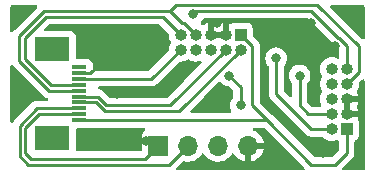
<source format=gbr>
%TF.GenerationSoftware,KiCad,Pcbnew,6.0.7-f9a2dced07~116~ubuntu20.04.1*%
%TF.CreationDate,2022-09-24T19:22:11+02:00*%
%TF.ProjectId,SRRReceiverProgrammerAdaptorBoard,53525252-6563-4656-9976-657250726f67,rev?*%
%TF.SameCoordinates,Original*%
%TF.FileFunction,Copper,L1,Top*%
%TF.FilePolarity,Positive*%
%FSLAX46Y46*%
G04 Gerber Fmt 4.6, Leading zero omitted, Abs format (unit mm)*
G04 Created by KiCad (PCBNEW 6.0.7-f9a2dced07~116~ubuntu20.04.1) date 2022-09-24 19:22:11*
%MOMM*%
%LPD*%
G01*
G04 APERTURE LIST*
%TA.AperFunction,ComponentPad*%
%ADD10R,1.700000X1.700000*%
%TD*%
%TA.AperFunction,ComponentPad*%
%ADD11O,1.700000X1.700000*%
%TD*%
%TA.AperFunction,ComponentPad*%
%ADD12R,1.000000X1.000000*%
%TD*%
%TA.AperFunction,ComponentPad*%
%ADD13O,1.000000X1.000000*%
%TD*%
%TA.AperFunction,SMDPad,CuDef*%
%ADD14R,1.250000X0.300000*%
%TD*%
%TA.AperFunction,SMDPad,CuDef*%
%ADD15R,3.000000X2.000000*%
%TD*%
%TA.AperFunction,ViaPad*%
%ADD16C,0.800000*%
%TD*%
%TA.AperFunction,Conductor*%
%ADD17C,0.250000*%
%TD*%
G04 APERTURE END LIST*
D10*
%TO.P,J5,1,Pin_1*%
%TO.N,/I2C2_SCL*%
X125000000Y-96400000D03*
D11*
%TO.P,J5,2,Pin_2*%
%TO.N,/I2C2_SDA*%
X127540000Y-96400000D03*
%TO.P,J5,3,Pin_3*%
%TO.N,/TRACESWO*%
X130080000Y-96400000D03*
%TO.P,J5,4,Pin_4*%
%TO.N,/GND*%
X132620000Y-96400000D03*
%TD*%
D12*
%TO.P,J3,1,Pin_1*%
%TO.N,/VDD*%
X141000000Y-95000000D03*
D13*
%TO.P,J3,2,Pin_2*%
%TO.N,/SYS_SWDIO*%
X139730000Y-95000000D03*
%TO.P,J3,3,Pin_3*%
%TO.N,/GND*%
X141000000Y-93730000D03*
%TO.P,J3,4,Pin_4*%
%TO.N,/SYS_SWCLK*%
X139730000Y-93730000D03*
%TO.P,J3,5,Pin_5*%
%TO.N,/GND*%
X141000000Y-92460000D03*
%TO.P,J3,6,Pin_6*%
%TO.N,/TRACESWO*%
X139730000Y-92460000D03*
%TO.P,J3,7,Pin_7*%
%TO.N,/UART_TX*%
X141000000Y-91190000D03*
%TO.P,J3,8,Pin_8*%
%TO.N,Net-(J2-Pad8)*%
X139730000Y-91190000D03*
%TO.P,J3,9,Pin_9*%
%TO.N,/UART_RX*%
X141000000Y-89920000D03*
%TO.P,J3,10,Pin_10*%
%TO.N,/NRST*%
X139730000Y-89920000D03*
%TD*%
D12*
%TO.P,J2,1,Pin_1*%
%TO.N,/VDD*%
X132000000Y-87000000D03*
D13*
%TO.P,J2,2,Pin_2*%
%TO.N,/SYS_SWDIO*%
X132000000Y-88270000D03*
%TO.P,J2,3,Pin_3*%
%TO.N,/GND*%
X130730000Y-87000000D03*
%TO.P,J2,4,Pin_4*%
%TO.N,/SYS_SWCLK*%
X130730000Y-88270000D03*
%TO.P,J2,5,Pin_5*%
%TO.N,/GND*%
X129460000Y-87000000D03*
%TO.P,J2,6,Pin_6*%
%TO.N,/TRACESWO*%
X129460000Y-88270000D03*
%TO.P,J2,7,Pin_7*%
%TO.N,/UART_TX*%
X128190000Y-87000000D03*
%TO.P,J2,8,Pin_8*%
%TO.N,Net-(J2-Pad8)*%
X128190000Y-88270000D03*
%TO.P,J2,9,Pin_9*%
%TO.N,/UART_RX*%
X126920000Y-87000000D03*
%TO.P,J2,10,Pin_10*%
%TO.N,/NRST*%
X126920000Y-88270000D03*
%TD*%
D14*
%TO.P,J1,1,Pin_1*%
%TO.N,unconnected-(J1-Pad1)*%
X118350000Y-89750000D03*
%TO.P,J1,2,Pin_2*%
%TO.N,/GND*%
X118350000Y-90250000D03*
%TO.P,J1,3,Pin_3*%
%TO.N,/NRST*%
X118350000Y-90750000D03*
%TO.P,J1,4,Pin_4*%
%TO.N,/UART_RX*%
X118350000Y-91250000D03*
%TO.P,J1,5,Pin_5*%
%TO.N,/UART_TX*%
X118350000Y-91750000D03*
%TO.P,J1,6,Pin_6*%
%TO.N,/SYS_SWCLK*%
X118350000Y-92250000D03*
%TO.P,J1,7,Pin_7*%
%TO.N,/SYS_SWDIO*%
X118350000Y-92750000D03*
%TO.P,J1,8,Pin_8*%
%TO.N,/I2C2_SDA*%
X118350000Y-93250000D03*
%TO.P,J1,9,Pin_9*%
%TO.N,/I2C2_SCL*%
X118350000Y-93750000D03*
%TO.P,J1,10,Pin_10*%
%TO.N,/VDD*%
X118350000Y-94250000D03*
D15*
%TO.P,J1,MP*%
%TO.N,N/C*%
X116030000Y-95790000D03*
X116030000Y-88210000D03*
%TD*%
D16*
%TO.N,/GND*%
X113000000Y-85000000D03*
X129000000Y-93000000D03*
X136500000Y-95000000D03*
X135000000Y-87000000D03*
X140000000Y-88000000D03*
X124000000Y-96000000D03*
X142000000Y-98000000D03*
X134500000Y-93000000D03*
X137987701Y-86012299D03*
X113000000Y-92000000D03*
X121500000Y-92000000D03*
X130000000Y-86000000D03*
X139000000Y-97000000D03*
X126000000Y-91000000D03*
X142000000Y-85000000D03*
X137000000Y-89000000D03*
X120000000Y-96000000D03*
X135000000Y-98000000D03*
X121000000Y-88000000D03*
%TO.N,/UART_RX*%
X128000000Y-85250000D03*
%TO.N,/SYS_SWCLK*%
X137000000Y-90465500D03*
%TO.N,/SYS_SWDIO*%
X135000000Y-89000000D03*
%TO.N,/TRACESWO*%
X132000000Y-93000000D03*
X131000000Y-90465500D03*
%TD*%
D17*
%TO.N,/I2C2_SDA*%
X118350000Y-93250000D02*
X114750000Y-93250000D01*
X114750000Y-93250000D02*
X113300000Y-94700000D01*
X113300000Y-94700000D02*
X113300000Y-97300000D01*
X113300000Y-97300000D02*
X114000000Y-98000000D01*
X114000000Y-98000000D02*
X125940000Y-98000000D01*
X125940000Y-98000000D02*
X127540000Y-96400000D01*
%TO.N,/I2C2_SCL*%
X118350000Y-93750000D02*
X114920000Y-93750000D01*
X114920000Y-93750000D02*
X113750000Y-94920000D01*
X114250000Y-97500000D02*
X123900000Y-97500000D01*
X113750000Y-94920000D02*
X113750000Y-97000000D01*
X113750000Y-97000000D02*
X114250000Y-97500000D01*
X123900000Y-97500000D02*
X125000000Y-96400000D01*
%TO.N,/GND*%
X118350000Y-90250000D02*
X119275000Y-90250000D01*
X121000000Y-88525000D02*
X121000000Y-88000000D01*
X119275000Y-90250000D02*
X121000000Y-88525000D01*
%TO.N,/NRST*%
X118350000Y-90750000D02*
X124440000Y-90750000D01*
X124440000Y-90750000D02*
X126920000Y-88270000D01*
%TO.N,/UART_RX*%
X128250000Y-85000000D02*
X138000000Y-85000000D01*
X115500000Y-85500000D02*
X125420000Y-85500000D01*
X141000000Y-88000000D02*
X141000000Y-89920000D01*
X113750000Y-87250000D02*
X115500000Y-85500000D01*
X138000000Y-85000000D02*
X140275000Y-87275000D01*
X115920000Y-91250000D02*
X113750000Y-89080000D01*
X113750000Y-89080000D02*
X113750000Y-87250000D01*
X140725000Y-87699695D02*
X140725000Y-87725000D01*
X128000000Y-85250000D02*
X128250000Y-85000000D01*
X125420000Y-85500000D02*
X126920000Y-87000000D01*
X118350000Y-91250000D02*
X115920000Y-91250000D01*
X140275000Y-87275000D02*
X140300305Y-87275000D01*
X140725000Y-87725000D02*
X141000000Y-88000000D01*
X140300305Y-87275000D02*
X140725000Y-87699695D01*
%TO.N,/UART_TX*%
X115363604Y-85000000D02*
X126000000Y-85000000D01*
X113250000Y-89250000D02*
X113250000Y-87113604D01*
X126000000Y-85000000D02*
X127000000Y-86000000D01*
X127190000Y-86000000D02*
X128190000Y-87000000D01*
X126000000Y-85000000D02*
X126500000Y-84500000D01*
X113250000Y-87113604D02*
X115363604Y-85000000D01*
X138500000Y-84500000D02*
X142000000Y-88000000D01*
X127000000Y-86000000D02*
X127190000Y-86000000D01*
X142000000Y-88000000D02*
X142000000Y-90190000D01*
X115750000Y-91750000D02*
X113250000Y-89250000D01*
X118350000Y-91750000D02*
X115750000Y-91750000D01*
X126500000Y-84500000D02*
X138500000Y-84500000D01*
X142000000Y-90190000D02*
X141000000Y-91190000D01*
%TO.N,/SYS_SWCLK*%
X126000000Y-93000000D02*
X130730000Y-88270000D01*
X119886396Y-92250000D02*
X120636396Y-93000000D01*
X137730000Y-93730000D02*
X139730000Y-93730000D01*
X137000000Y-93000000D02*
X137730000Y-93730000D01*
X137000000Y-90465500D02*
X137000000Y-93000000D01*
X120636396Y-93000000D02*
X126000000Y-93000000D01*
X118350000Y-92250000D02*
X119886396Y-92250000D01*
%TO.N,/SYS_SWDIO*%
X126770000Y-93500000D02*
X132000000Y-88270000D01*
X138000000Y-95000000D02*
X135000000Y-92000000D01*
X135000000Y-92000000D02*
X135000000Y-89000000D01*
X139730000Y-95000000D02*
X138000000Y-95000000D01*
X120500000Y-93500000D02*
X126770000Y-93500000D01*
X119750000Y-92750000D02*
X120500000Y-93500000D01*
X118350000Y-92750000D02*
X119750000Y-92750000D01*
%TO.N,/VDD*%
X140000000Y-98000000D02*
X141000000Y-97000000D01*
X138000000Y-98000000D02*
X140000000Y-98000000D01*
X118350000Y-94250000D02*
X134250000Y-94250000D01*
X134250000Y-94250000D02*
X138000000Y-98000000D01*
X133000000Y-93000000D02*
X134250000Y-94250000D01*
X141000000Y-97000000D02*
X141000000Y-95000000D01*
X132000000Y-87000000D02*
X133000000Y-88000000D01*
X133000000Y-88000000D02*
X133000000Y-93000000D01*
%TO.N,/TRACESWO*%
X131000000Y-90465500D02*
X132000000Y-91465500D01*
X132000000Y-91465500D02*
X132000000Y-93000000D01*
%TD*%
%TA.AperFunction,Conductor*%
%TO.N,/GND*%
G36*
X142409532Y-90780538D02*
G01*
X142466368Y-90823085D01*
X142491179Y-90889605D01*
X142491500Y-90898594D01*
X142491500Y-98365500D01*
X142471498Y-98433621D01*
X142417842Y-98480114D01*
X142365500Y-98491500D01*
X140708594Y-98491500D01*
X140640473Y-98471498D01*
X140593980Y-98417842D01*
X140583876Y-98347568D01*
X140613370Y-98282988D01*
X140619499Y-98276405D01*
X141392247Y-97503657D01*
X141400537Y-97496113D01*
X141407018Y-97492000D01*
X141453659Y-97442332D01*
X141456413Y-97439491D01*
X141476135Y-97419769D01*
X141478612Y-97416576D01*
X141486317Y-97407555D01*
X141511159Y-97381100D01*
X141516586Y-97375321D01*
X141520407Y-97368371D01*
X141526346Y-97357568D01*
X141537202Y-97341041D01*
X141544757Y-97331302D01*
X141544758Y-97331300D01*
X141549614Y-97325040D01*
X141567174Y-97284460D01*
X141572391Y-97273812D01*
X141589875Y-97242009D01*
X141589876Y-97242007D01*
X141593695Y-97235060D01*
X141598733Y-97215437D01*
X141605137Y-97196734D01*
X141610033Y-97185420D01*
X141610033Y-97185419D01*
X141613181Y-97178145D01*
X141614420Y-97170322D01*
X141614423Y-97170312D01*
X141620099Y-97134476D01*
X141622505Y-97122856D01*
X141631528Y-97087711D01*
X141631528Y-97087710D01*
X141633500Y-97080030D01*
X141633500Y-97059776D01*
X141635051Y-97040065D01*
X141636980Y-97027886D01*
X141638220Y-97020057D01*
X141634059Y-96976038D01*
X141633500Y-96964181D01*
X141633500Y-96080382D01*
X141653502Y-96012261D01*
X141707158Y-95965768D01*
X141715269Y-95962401D01*
X141738293Y-95953769D01*
X141738296Y-95953768D01*
X141746705Y-95950615D01*
X141863261Y-95863261D01*
X141950615Y-95746705D01*
X142001745Y-95610316D01*
X142008500Y-95548134D01*
X142008500Y-94451866D01*
X142001745Y-94389684D01*
X141950615Y-94253295D01*
X141945229Y-94246108D01*
X141940921Y-94238240D01*
X141942789Y-94237217D01*
X141922139Y-94181945D01*
X141928255Y-94133117D01*
X141972142Y-94001189D01*
X141972643Y-93987097D01*
X141966454Y-93984000D01*
X140872000Y-93984000D01*
X140803879Y-93963998D01*
X140757386Y-93910342D01*
X140746000Y-93858000D01*
X140746000Y-93457885D01*
X141254000Y-93457885D01*
X141258475Y-93473124D01*
X141259865Y-93474329D01*
X141267548Y-93476000D01*
X141958183Y-93476000D01*
X141971714Y-93472027D01*
X141972806Y-93464433D01*
X141938231Y-93349919D01*
X141933560Y-93338586D01*
X141846538Y-93174920D01*
X141839124Y-93163760D01*
X141818088Y-93095951D01*
X141834517Y-93031797D01*
X141922262Y-92877337D01*
X141927256Y-92866121D01*
X141972142Y-92731190D01*
X141972643Y-92717097D01*
X141966454Y-92714000D01*
X141272115Y-92714000D01*
X141256876Y-92718475D01*
X141255671Y-92719865D01*
X141254000Y-92727548D01*
X141254000Y-93457885D01*
X140746000Y-93457885D01*
X140746000Y-92332000D01*
X140766002Y-92263879D01*
X140819658Y-92217386D01*
X140872000Y-92206000D01*
X141958183Y-92206000D01*
X141971714Y-92202027D01*
X141972806Y-92194433D01*
X141938231Y-92079919D01*
X141933560Y-92068586D01*
X141846537Y-91904918D01*
X141839435Y-91894228D01*
X141818398Y-91826420D01*
X141834827Y-91762264D01*
X141842281Y-91749144D01*
X141901521Y-91644863D01*
X141922723Y-91607542D01*
X141922725Y-91607537D01*
X141925769Y-91602179D01*
X141988197Y-91414513D01*
X142012985Y-91218295D01*
X142013380Y-91190000D01*
X142011993Y-91175851D01*
X142008702Y-91142288D01*
X142021962Y-91072540D01*
X142045006Y-91040898D01*
X142276405Y-90809499D01*
X142338717Y-90775473D01*
X142409532Y-90780538D01*
G37*
%TD.AperFunction*%
%TA.AperFunction,Conductor*%
G36*
X134003527Y-94903502D02*
G01*
X134024501Y-94920405D01*
X137380500Y-98276405D01*
X137414526Y-98338717D01*
X137409461Y-98409533D01*
X137366914Y-98466368D01*
X137300394Y-98491179D01*
X137291405Y-98491500D01*
X126648594Y-98491500D01*
X126580473Y-98471498D01*
X126533980Y-98417842D01*
X126523876Y-98347568D01*
X126553370Y-98282988D01*
X126559499Y-98276405D01*
X127084549Y-97751355D01*
X127146861Y-97717329D01*
X127198762Y-97716979D01*
X127378597Y-97753567D01*
X127383772Y-97753757D01*
X127383774Y-97753757D01*
X127596673Y-97761564D01*
X127596677Y-97761564D01*
X127601837Y-97761753D01*
X127606957Y-97761097D01*
X127606959Y-97761097D01*
X127818288Y-97734025D01*
X127818289Y-97734025D01*
X127823416Y-97733368D01*
X127828366Y-97731883D01*
X128032429Y-97670661D01*
X128032434Y-97670659D01*
X128037384Y-97669174D01*
X128237994Y-97570896D01*
X128419860Y-97441173D01*
X128578096Y-97283489D01*
X128618414Y-97227381D01*
X128708453Y-97102077D01*
X128709776Y-97103028D01*
X128756645Y-97059857D01*
X128826580Y-97047625D01*
X128892026Y-97075144D01*
X128919875Y-97106994D01*
X128979987Y-97205088D01*
X129126250Y-97373938D01*
X129261498Y-97486223D01*
X129282498Y-97503657D01*
X129298126Y-97516632D01*
X129491000Y-97629338D01*
X129495825Y-97631180D01*
X129495826Y-97631181D01*
X129553768Y-97653307D01*
X129699692Y-97709030D01*
X129704760Y-97710061D01*
X129704763Y-97710062D01*
X129799862Y-97729410D01*
X129918597Y-97753567D01*
X129923772Y-97753757D01*
X129923774Y-97753757D01*
X130136673Y-97761564D01*
X130136677Y-97761564D01*
X130141837Y-97761753D01*
X130146957Y-97761097D01*
X130146959Y-97761097D01*
X130358288Y-97734025D01*
X130358289Y-97734025D01*
X130363416Y-97733368D01*
X130368366Y-97731883D01*
X130572429Y-97670661D01*
X130572434Y-97670659D01*
X130577384Y-97669174D01*
X130777994Y-97570896D01*
X130959860Y-97441173D01*
X131118096Y-97283489D01*
X131158414Y-97227381D01*
X131248453Y-97102077D01*
X131249640Y-97102930D01*
X131296960Y-97059362D01*
X131366897Y-97047145D01*
X131432338Y-97074678D01*
X131460166Y-97106511D01*
X131517694Y-97200388D01*
X131523777Y-97208699D01*
X131663213Y-97369667D01*
X131670580Y-97376883D01*
X131834434Y-97512916D01*
X131842881Y-97518831D01*
X132026756Y-97626279D01*
X132036042Y-97630729D01*
X132235001Y-97706703D01*
X132244899Y-97709579D01*
X132348250Y-97730606D01*
X132362299Y-97729410D01*
X132366000Y-97719065D01*
X132366000Y-97718517D01*
X132874000Y-97718517D01*
X132878064Y-97732359D01*
X132891478Y-97734393D01*
X132898184Y-97733534D01*
X132908262Y-97731392D01*
X133112255Y-97670191D01*
X133121842Y-97666433D01*
X133313095Y-97572739D01*
X133321945Y-97567464D01*
X133495328Y-97443792D01*
X133503200Y-97437139D01*
X133654052Y-97286812D01*
X133660730Y-97278965D01*
X133785003Y-97106020D01*
X133790313Y-97097183D01*
X133884670Y-96906267D01*
X133888469Y-96896672D01*
X133950377Y-96692910D01*
X133952555Y-96682837D01*
X133953986Y-96671962D01*
X133951775Y-96657778D01*
X133938617Y-96654000D01*
X132892115Y-96654000D01*
X132876876Y-96658475D01*
X132875671Y-96659865D01*
X132874000Y-96667548D01*
X132874000Y-97718517D01*
X132366000Y-97718517D01*
X132366000Y-96272000D01*
X132386002Y-96203879D01*
X132439658Y-96157386D01*
X132492000Y-96146000D01*
X133938344Y-96146000D01*
X133951875Y-96142027D01*
X133953180Y-96132947D01*
X133911214Y-95965875D01*
X133907894Y-95956124D01*
X133822972Y-95760814D01*
X133818105Y-95751739D01*
X133702426Y-95572926D01*
X133696136Y-95564757D01*
X133552806Y-95407240D01*
X133545273Y-95400215D01*
X133378139Y-95268222D01*
X133369552Y-95262517D01*
X133183117Y-95159599D01*
X133173705Y-95155369D01*
X133097190Y-95128273D01*
X133039654Y-95086679D01*
X133013738Y-95020581D01*
X133027672Y-94950965D01*
X133077031Y-94899934D01*
X133139250Y-94883500D01*
X133935406Y-94883500D01*
X134003527Y-94903502D01*
G37*
%TD.AperFunction*%
%TA.AperFunction,Conductor*%
G36*
X137753527Y-85653502D02*
G01*
X137774501Y-85670405D01*
X138775350Y-86671255D01*
X139771348Y-87667253D01*
X139778888Y-87675539D01*
X139783000Y-87682018D01*
X139788777Y-87687443D01*
X139832651Y-87728643D01*
X139835493Y-87731398D01*
X139855230Y-87751135D01*
X139858427Y-87753615D01*
X139867447Y-87761318D01*
X139899679Y-87791586D01*
X139906625Y-87795405D01*
X139906628Y-87795407D01*
X139917434Y-87801348D01*
X139933953Y-87812199D01*
X139949958Y-87824613D01*
X139949928Y-87824652D01*
X139968318Y-87838917D01*
X140167545Y-88038144D01*
X140180387Y-88053179D01*
X140191436Y-88068387D01*
X140197952Y-88078307D01*
X140220458Y-88116362D01*
X140234782Y-88130686D01*
X140247617Y-88145713D01*
X140259528Y-88162107D01*
X140265636Y-88167160D01*
X140265638Y-88167162D01*
X140293598Y-88190292D01*
X140302378Y-88198282D01*
X140329595Y-88225499D01*
X140363621Y-88287811D01*
X140366500Y-88314594D01*
X140366500Y-88906256D01*
X140346498Y-88974377D01*
X140292842Y-89020870D01*
X140222568Y-89030974D01*
X140180572Y-89017092D01*
X140128124Y-88988734D01*
X140128122Y-88988733D01*
X140122701Y-88985802D01*
X139933768Y-88927318D01*
X139927643Y-88926674D01*
X139927642Y-88926674D01*
X139743204Y-88907289D01*
X139743202Y-88907289D01*
X139737075Y-88906645D01*
X139654576Y-88914153D01*
X139546251Y-88924011D01*
X139546248Y-88924012D01*
X139540112Y-88924570D01*
X139534206Y-88926308D01*
X139534202Y-88926309D01*
X139429076Y-88957249D01*
X139350381Y-88980410D01*
X139344923Y-88983263D01*
X139344919Y-88983265D01*
X139254147Y-89030720D01*
X139175110Y-89072040D01*
X139020975Y-89195968D01*
X138893846Y-89347474D01*
X138890879Y-89352872D01*
X138890875Y-89352877D01*
X138815666Y-89489684D01*
X138798567Y-89520787D01*
X138796706Y-89526654D01*
X138796705Y-89526656D01*
X138748612Y-89678263D01*
X138738765Y-89709306D01*
X138716719Y-89905851D01*
X138717235Y-89911995D01*
X138732728Y-90096498D01*
X138733268Y-90102934D01*
X138745858Y-90146840D01*
X138775439Y-90250000D01*
X138787783Y-90293050D01*
X138790602Y-90298535D01*
X138869210Y-90451488D01*
X138878187Y-90468956D01*
X138882016Y-90473787D01*
X138883839Y-90476088D01*
X138884414Y-90477509D01*
X138885353Y-90478966D01*
X138885076Y-90479144D01*
X138910474Y-90541898D01*
X138897301Y-90611662D01*
X138893846Y-90617474D01*
X138798567Y-90790787D01*
X138796706Y-90796654D01*
X138796705Y-90796656D01*
X138782074Y-90842779D01*
X138738765Y-90979306D01*
X138716719Y-91175851D01*
X138717235Y-91181995D01*
X138731527Y-91352196D01*
X138733268Y-91372934D01*
X138736298Y-91383500D01*
X138769704Y-91500000D01*
X138787783Y-91563050D01*
X138790602Y-91568535D01*
X138858365Y-91700386D01*
X138878187Y-91738956D01*
X138882016Y-91743787D01*
X138883839Y-91746088D01*
X138884414Y-91747509D01*
X138885353Y-91748966D01*
X138885076Y-91749144D01*
X138910474Y-91811898D01*
X138897301Y-91881662D01*
X138893846Y-91887474D01*
X138798567Y-92060787D01*
X138796706Y-92066654D01*
X138796705Y-92066656D01*
X138742884Y-92236320D01*
X138738765Y-92249306D01*
X138716719Y-92445851D01*
X138717235Y-92451995D01*
X138732227Y-92630533D01*
X138733268Y-92642934D01*
X138748229Y-92695109D01*
X138784951Y-92823173D01*
X138787783Y-92833050D01*
X138790604Y-92838539D01*
X138828823Y-92912906D01*
X138842171Y-92982636D01*
X138815701Y-93048514D01*
X138757817Y-93089622D01*
X138716757Y-93096500D01*
X138044595Y-93096500D01*
X137976474Y-93076498D01*
X137955499Y-93059595D01*
X137670404Y-92774499D01*
X137636379Y-92712187D01*
X137633500Y-92685404D01*
X137633500Y-91168024D01*
X137653502Y-91099903D01*
X137665858Y-91083721D01*
X137739040Y-91002444D01*
X137834527Y-90837056D01*
X137893542Y-90655428D01*
X137896120Y-90630905D01*
X137912814Y-90472065D01*
X137913504Y-90465500D01*
X137897195Y-90310325D01*
X137894232Y-90282135D01*
X137894232Y-90282133D01*
X137893542Y-90275572D01*
X137834527Y-90093944D01*
X137739040Y-89928556D01*
X137724129Y-89911995D01*
X137615675Y-89791545D01*
X137615674Y-89791544D01*
X137611253Y-89786634D01*
X137493755Y-89701266D01*
X137462094Y-89678263D01*
X137462093Y-89678262D01*
X137456752Y-89674382D01*
X137450724Y-89671698D01*
X137450722Y-89671697D01*
X137288319Y-89599391D01*
X137288318Y-89599391D01*
X137282288Y-89596706D01*
X137187453Y-89576548D01*
X137101944Y-89558372D01*
X137101939Y-89558372D01*
X137095487Y-89557000D01*
X136904513Y-89557000D01*
X136898061Y-89558372D01*
X136898056Y-89558372D01*
X136812547Y-89576548D01*
X136717712Y-89596706D01*
X136711682Y-89599391D01*
X136711681Y-89599391D01*
X136549278Y-89671697D01*
X136549276Y-89671698D01*
X136543248Y-89674382D01*
X136537907Y-89678262D01*
X136537906Y-89678263D01*
X136506245Y-89701266D01*
X136388747Y-89786634D01*
X136384326Y-89791544D01*
X136384325Y-89791545D01*
X136275872Y-89911995D01*
X136260960Y-89928556D01*
X136165473Y-90093944D01*
X136106458Y-90275572D01*
X136105768Y-90282133D01*
X136105768Y-90282135D01*
X136102805Y-90310325D01*
X136086496Y-90465500D01*
X136087186Y-90472065D01*
X136103881Y-90630905D01*
X136106458Y-90655428D01*
X136165473Y-90837056D01*
X136260960Y-91002444D01*
X136334137Y-91083715D01*
X136364853Y-91147721D01*
X136366500Y-91168024D01*
X136366500Y-92166405D01*
X136346498Y-92234526D01*
X136292842Y-92281019D01*
X136222568Y-92291123D01*
X136157988Y-92261629D01*
X136151405Y-92255500D01*
X135670405Y-91774500D01*
X135636379Y-91712188D01*
X135633500Y-91685405D01*
X135633500Y-89702524D01*
X135653502Y-89634403D01*
X135665858Y-89618221D01*
X135739040Y-89536944D01*
X135829198Y-89380786D01*
X135831223Y-89377279D01*
X135831224Y-89377278D01*
X135834527Y-89371556D01*
X135893542Y-89189928D01*
X135894580Y-89180058D01*
X135912814Y-89006565D01*
X135913504Y-89000000D01*
X135893542Y-88810072D01*
X135834527Y-88628444D01*
X135739040Y-88463056D01*
X135611253Y-88321134D01*
X135456752Y-88208882D01*
X135450724Y-88206198D01*
X135450722Y-88206197D01*
X135288319Y-88133891D01*
X135288318Y-88133891D01*
X135282288Y-88131206D01*
X135180335Y-88109535D01*
X135101944Y-88092872D01*
X135101939Y-88092872D01*
X135095487Y-88091500D01*
X134904513Y-88091500D01*
X134898061Y-88092872D01*
X134898056Y-88092872D01*
X134819665Y-88109535D01*
X134717712Y-88131206D01*
X134711682Y-88133891D01*
X134711681Y-88133891D01*
X134549278Y-88206197D01*
X134549276Y-88206198D01*
X134543248Y-88208882D01*
X134388747Y-88321134D01*
X134260960Y-88463056D01*
X134165473Y-88628444D01*
X134106458Y-88810072D01*
X134086496Y-89000000D01*
X134087186Y-89006565D01*
X134105421Y-89180058D01*
X134106458Y-89189928D01*
X134165473Y-89371556D01*
X134168776Y-89377278D01*
X134168777Y-89377279D01*
X134170802Y-89380786D01*
X134260960Y-89536944D01*
X134334137Y-89618215D01*
X134364853Y-89682221D01*
X134366500Y-89702524D01*
X134366500Y-91921233D01*
X134365973Y-91932416D01*
X134364298Y-91939909D01*
X134364547Y-91947835D01*
X134364547Y-91947836D01*
X134366438Y-92007986D01*
X134366500Y-92011945D01*
X134366500Y-92039856D01*
X134366997Y-92043790D01*
X134366997Y-92043791D01*
X134367005Y-92043856D01*
X134367938Y-92055693D01*
X134369327Y-92099889D01*
X134374978Y-92119339D01*
X134378987Y-92138700D01*
X134380372Y-92149659D01*
X134381526Y-92158797D01*
X134384445Y-92166168D01*
X134384445Y-92166170D01*
X134397804Y-92199912D01*
X134401649Y-92211142D01*
X134413982Y-92253593D01*
X134418015Y-92260412D01*
X134418017Y-92260417D01*
X134424293Y-92271028D01*
X134432988Y-92288776D01*
X134440448Y-92307617D01*
X134445110Y-92314033D01*
X134445110Y-92314034D01*
X134466436Y-92343387D01*
X134472952Y-92353307D01*
X134483432Y-92371027D01*
X134495458Y-92391362D01*
X134509779Y-92405683D01*
X134522619Y-92420716D01*
X134534528Y-92437107D01*
X134558252Y-92456733D01*
X134568605Y-92465298D01*
X134577384Y-92473288D01*
X137496343Y-95392247D01*
X137503887Y-95400537D01*
X137508000Y-95407018D01*
X137513777Y-95412443D01*
X137557667Y-95453658D01*
X137560509Y-95456413D01*
X137580231Y-95476135D01*
X137583373Y-95478572D01*
X137583433Y-95478619D01*
X137592445Y-95486317D01*
X137618036Y-95510347D01*
X137624679Y-95516586D01*
X137631622Y-95520403D01*
X137642431Y-95526345D01*
X137658953Y-95537198D01*
X137674959Y-95549614D01*
X137682237Y-95552764D01*
X137682238Y-95552764D01*
X137715537Y-95567174D01*
X137726187Y-95572391D01*
X137764940Y-95593695D01*
X137772615Y-95595666D01*
X137772616Y-95595666D01*
X137784562Y-95598733D01*
X137803267Y-95605137D01*
X137821855Y-95613181D01*
X137829678Y-95614420D01*
X137829688Y-95614423D01*
X137865524Y-95620099D01*
X137877144Y-95622505D01*
X137912289Y-95631528D01*
X137919970Y-95633500D01*
X137940224Y-95633500D01*
X137959934Y-95635051D01*
X137979943Y-95638220D01*
X137987835Y-95637474D01*
X138023961Y-95634059D01*
X138035819Y-95633500D01*
X138884284Y-95633500D01*
X138952405Y-95653502D01*
X138983029Y-95681235D01*
X139001035Y-95703953D01*
X139005728Y-95707947D01*
X139005729Y-95707948D01*
X139067847Y-95760814D01*
X139151650Y-95832136D01*
X139324294Y-95928624D01*
X139512392Y-95989740D01*
X139708777Y-96013158D01*
X139714912Y-96012686D01*
X139714914Y-96012686D01*
X139899830Y-95998457D01*
X139899834Y-95998456D01*
X139905972Y-95997984D01*
X140096463Y-95944798D01*
X140101959Y-95942022D01*
X140101961Y-95942021D01*
X140115716Y-95935073D01*
X140185538Y-95922214D01*
X140237368Y-95942514D01*
X140238240Y-95940921D01*
X140246108Y-95945229D01*
X140253295Y-95950615D01*
X140261704Y-95953768D01*
X140261707Y-95953769D01*
X140284731Y-95962401D01*
X140341495Y-96005043D01*
X140366194Y-96071605D01*
X140366500Y-96080382D01*
X140366500Y-96685405D01*
X140346498Y-96753526D01*
X140329595Y-96774501D01*
X139774499Y-97329596D01*
X139712187Y-97363621D01*
X139685404Y-97366500D01*
X138314594Y-97366500D01*
X138246473Y-97346498D01*
X138225499Y-97329595D01*
X136501042Y-95605137D01*
X134753652Y-93857747D01*
X134746112Y-93849461D01*
X134742000Y-93842982D01*
X134692348Y-93796356D01*
X134689507Y-93793602D01*
X134669770Y-93773865D01*
X134669766Y-93773862D01*
X133670404Y-92774499D01*
X133636379Y-92712188D01*
X133633500Y-92685405D01*
X133633500Y-88078768D01*
X133634027Y-88067585D01*
X133635702Y-88060092D01*
X133633562Y-87992001D01*
X133633500Y-87988044D01*
X133633500Y-87960144D01*
X133632996Y-87956153D01*
X133632063Y-87944311D01*
X133630923Y-87908036D01*
X133630674Y-87900111D01*
X133625021Y-87880652D01*
X133621012Y-87861293D01*
X133620846Y-87859983D01*
X133618474Y-87841203D01*
X133615558Y-87833837D01*
X133615556Y-87833831D01*
X133602200Y-87800098D01*
X133598355Y-87788868D01*
X133588230Y-87754017D01*
X133588230Y-87754016D01*
X133586019Y-87746407D01*
X133575705Y-87728966D01*
X133567008Y-87711213D01*
X133562472Y-87699758D01*
X133559552Y-87692383D01*
X133533563Y-87656612D01*
X133527047Y-87646692D01*
X133504542Y-87608638D01*
X133490221Y-87594317D01*
X133477380Y-87579283D01*
X133470131Y-87569306D01*
X133465472Y-87562893D01*
X133431395Y-87534702D01*
X133422616Y-87526712D01*
X133045405Y-87149501D01*
X133011379Y-87087189D01*
X133008500Y-87060406D01*
X133008500Y-86451866D01*
X133001745Y-86389684D01*
X132950615Y-86253295D01*
X132863261Y-86136739D01*
X132746705Y-86049385D01*
X132610316Y-85998255D01*
X132548134Y-85991500D01*
X131451866Y-85991500D01*
X131389684Y-85998255D01*
X131253295Y-86049385D01*
X131246108Y-86054771D01*
X131238240Y-86059079D01*
X131237105Y-86057006D01*
X131182606Y-86077368D01*
X131124723Y-86067850D01*
X131116620Y-86064444D01*
X131001308Y-86028750D01*
X130987205Y-86028544D01*
X130984000Y-86035299D01*
X130984000Y-87128000D01*
X130963998Y-87196121D01*
X130910342Y-87242614D01*
X130858000Y-87254000D01*
X129332000Y-87254000D01*
X129263879Y-87233998D01*
X129217386Y-87180342D01*
X129206000Y-87128000D01*
X129206000Y-86727885D01*
X129714000Y-86727885D01*
X129718475Y-86743124D01*
X129719865Y-86744329D01*
X129727548Y-86746000D01*
X130457885Y-86746000D01*
X130473124Y-86741525D01*
X130474329Y-86740135D01*
X130476000Y-86732452D01*
X130476000Y-86042076D01*
X130472027Y-86028545D01*
X130464232Y-86027425D01*
X130356479Y-86059138D01*
X130345111Y-86063731D01*
X130180846Y-86149607D01*
X130165426Y-86159697D01*
X130164095Y-86157663D01*
X130108357Y-86180653D01*
X130038508Y-86167943D01*
X130024617Y-86159814D01*
X130020971Y-86157355D01*
X129857924Y-86069196D01*
X129846619Y-86064444D01*
X129731308Y-86028750D01*
X129717205Y-86028544D01*
X129714000Y-86035299D01*
X129714000Y-86727885D01*
X129206000Y-86727885D01*
X129206000Y-86042076D01*
X129202027Y-86028545D01*
X129194232Y-86027425D01*
X129086479Y-86059138D01*
X129075111Y-86063731D01*
X128910846Y-86149607D01*
X128895426Y-86159697D01*
X128894003Y-86157522D01*
X128838864Y-86180314D01*
X128769005Y-86167657D01*
X128759055Y-86161839D01*
X128756675Y-86159870D01*
X128659825Y-86107503D01*
X128609416Y-86057508D01*
X128594039Y-85988196D01*
X128618575Y-85921574D01*
X128626118Y-85912357D01*
X128734621Y-85791852D01*
X128734622Y-85791851D01*
X128739040Y-85786944D01*
X128791258Y-85696500D01*
X128842641Y-85647507D01*
X128900377Y-85633500D01*
X137685406Y-85633500D01*
X137753527Y-85653502D01*
G37*
%TD.AperFunction*%
%TA.AperFunction,Conductor*%
G36*
X123881252Y-94903502D02*
G01*
X123927745Y-94957158D01*
X123937849Y-95027432D01*
X123908355Y-95092012D01*
X123888696Y-95110326D01*
X123793920Y-95181357D01*
X123786739Y-95186739D01*
X123699385Y-95303295D01*
X123648255Y-95439684D01*
X123641500Y-95501866D01*
X123641500Y-96740500D01*
X123621498Y-96808621D01*
X123567842Y-96855114D01*
X123515500Y-96866500D01*
X118164500Y-96866500D01*
X118096379Y-96846498D01*
X118049886Y-96792842D01*
X118038500Y-96740500D01*
X118038500Y-95034500D01*
X118058502Y-94966379D01*
X118112158Y-94919886D01*
X118164500Y-94908500D01*
X119023134Y-94908500D01*
X119085316Y-94901745D01*
X119112596Y-94891518D01*
X119156826Y-94883500D01*
X123813131Y-94883500D01*
X123881252Y-94903502D01*
G37*
%TD.AperFunction*%
%TA.AperFunction,Conductor*%
G36*
X112717012Y-89606042D02*
G01*
X112735956Y-89628744D01*
X112736563Y-89628273D01*
X112741420Y-89634534D01*
X112745458Y-89641362D01*
X112759779Y-89655683D01*
X112772619Y-89670716D01*
X112784528Y-89687107D01*
X112811362Y-89709306D01*
X112818605Y-89715298D01*
X112827384Y-89723288D01*
X115246348Y-92142253D01*
X115253888Y-92150539D01*
X115258000Y-92157018D01*
X115307135Y-92203158D01*
X115307651Y-92203643D01*
X115310493Y-92206398D01*
X115330230Y-92226135D01*
X115333427Y-92228615D01*
X115342447Y-92236318D01*
X115374679Y-92266586D01*
X115381625Y-92270405D01*
X115381628Y-92270407D01*
X115392434Y-92276348D01*
X115408953Y-92287199D01*
X115424959Y-92299614D01*
X115432228Y-92302759D01*
X115432232Y-92302762D01*
X115465537Y-92317174D01*
X115476187Y-92322391D01*
X115514940Y-92343695D01*
X115522615Y-92345666D01*
X115522616Y-92345666D01*
X115534562Y-92348733D01*
X115553267Y-92355137D01*
X115571855Y-92363181D01*
X115579680Y-92364421D01*
X115579689Y-92364423D01*
X115589974Y-92366052D01*
X115654127Y-92396465D01*
X115691653Y-92456733D01*
X115690638Y-92527723D01*
X115651405Y-92586894D01*
X115586409Y-92615461D01*
X115570262Y-92616500D01*
X114828768Y-92616500D01*
X114817585Y-92615973D01*
X114810092Y-92614298D01*
X114802166Y-92614547D01*
X114802165Y-92614547D01*
X114742002Y-92616438D01*
X114738044Y-92616500D01*
X114710144Y-92616500D01*
X114706154Y-92617004D01*
X114694320Y-92617936D01*
X114650111Y-92619326D01*
X114642495Y-92621539D01*
X114642493Y-92621539D01*
X114630652Y-92624979D01*
X114611293Y-92628988D01*
X114609983Y-92629154D01*
X114591203Y-92631526D01*
X114583837Y-92634442D01*
X114583831Y-92634444D01*
X114550098Y-92647800D01*
X114538868Y-92651645D01*
X114504017Y-92661770D01*
X114496407Y-92663981D01*
X114489584Y-92668016D01*
X114478966Y-92674295D01*
X114461213Y-92682992D01*
X114457372Y-92684513D01*
X114442383Y-92690448D01*
X114435968Y-92695109D01*
X114406612Y-92716437D01*
X114396695Y-92722951D01*
X114358638Y-92745458D01*
X114344317Y-92759779D01*
X114329284Y-92772619D01*
X114312893Y-92784528D01*
X114307842Y-92790634D01*
X114284702Y-92818605D01*
X114276712Y-92827384D01*
X112907747Y-94196348D01*
X112899461Y-94203888D01*
X112892982Y-94208000D01*
X112850448Y-94253295D01*
X112846357Y-94257651D01*
X112843602Y-94260493D01*
X112823865Y-94280230D01*
X112821385Y-94283427D01*
X112813682Y-94292447D01*
X112783414Y-94324679D01*
X112779595Y-94331625D01*
X112779593Y-94331628D01*
X112773652Y-94342434D01*
X112762801Y-94358953D01*
X112750386Y-94374959D01*
X112747239Y-94382230D01*
X112743202Y-94389057D01*
X112740313Y-94387348D01*
X112704699Y-94430126D01*
X112636986Y-94451468D01*
X112568484Y-94432815D01*
X112520942Y-94380087D01*
X112508500Y-94325493D01*
X112508500Y-89701266D01*
X112528502Y-89633145D01*
X112582158Y-89586652D01*
X112652432Y-89576548D01*
X112717012Y-89606042D01*
G37*
%TD.AperFunction*%
%TA.AperFunction,Conductor*%
G36*
X130254007Y-91016065D02*
G01*
X130303607Y-91049808D01*
X130388747Y-91144366D01*
X130485651Y-91214771D01*
X130520680Y-91240221D01*
X130543248Y-91256618D01*
X130549276Y-91259302D01*
X130549278Y-91259303D01*
X130651669Y-91304890D01*
X130717712Y-91334294D01*
X130783845Y-91348351D01*
X130898056Y-91372628D01*
X130898061Y-91372628D01*
X130904513Y-91374000D01*
X130960406Y-91374000D01*
X131028527Y-91394002D01*
X131049501Y-91410905D01*
X131329595Y-91690999D01*
X131363621Y-91753311D01*
X131366500Y-91780094D01*
X131366500Y-92297476D01*
X131346498Y-92365597D01*
X131334142Y-92381779D01*
X131260960Y-92463056D01*
X131209685Y-92551866D01*
X131169460Y-92621539D01*
X131165473Y-92628444D01*
X131106458Y-92810072D01*
X131086496Y-93000000D01*
X131087186Y-93006565D01*
X131104881Y-93174920D01*
X131106458Y-93189928D01*
X131165473Y-93371556D01*
X131168776Y-93377278D01*
X131168777Y-93377279D01*
X131197772Y-93427500D01*
X131214510Y-93496496D01*
X131191289Y-93563588D01*
X131135482Y-93607475D01*
X131088653Y-93616500D01*
X127853594Y-93616500D01*
X127785473Y-93596498D01*
X127738980Y-93542842D01*
X127728876Y-93472568D01*
X127758370Y-93407988D01*
X127764499Y-93401405D01*
X128889557Y-92276348D01*
X130120879Y-91045026D01*
X130183191Y-91011000D01*
X130254007Y-91016065D01*
G37*
%TD.AperFunction*%
%TA.AperFunction,Conductor*%
G36*
X127615592Y-89104339D02*
G01*
X127784294Y-89198624D01*
X127972392Y-89259740D01*
X128168777Y-89283158D01*
X128174912Y-89282686D01*
X128174914Y-89282686D01*
X128359830Y-89268457D01*
X128359834Y-89268456D01*
X128365972Y-89267984D01*
X128555636Y-89215029D01*
X128626625Y-89215975D01*
X128685835Y-89255151D01*
X128714464Y-89320119D01*
X128703425Y-89390252D01*
X128678614Y-89425482D01*
X127214490Y-90889605D01*
X125774500Y-92329595D01*
X125712188Y-92363621D01*
X125685405Y-92366500D01*
X120950991Y-92366500D01*
X120882870Y-92346498D01*
X120861896Y-92329595D01*
X120390048Y-91857747D01*
X120382508Y-91849461D01*
X120378396Y-91842982D01*
X120328744Y-91796356D01*
X120325903Y-91793602D01*
X120306166Y-91773865D01*
X120302969Y-91771385D01*
X120293947Y-91763680D01*
X120276727Y-91747509D01*
X120261717Y-91733414D01*
X120254771Y-91729595D01*
X120254768Y-91729593D01*
X120243962Y-91723652D01*
X120227443Y-91712801D01*
X120226653Y-91712188D01*
X120211437Y-91700386D01*
X120204168Y-91697241D01*
X120204164Y-91697238D01*
X120170859Y-91682826D01*
X120160209Y-91677609D01*
X120121456Y-91656305D01*
X120101833Y-91651267D01*
X120083130Y-91644863D01*
X120071816Y-91639967D01*
X120071815Y-91639967D01*
X120064541Y-91636819D01*
X120056716Y-91635579D01*
X120056707Y-91635577D01*
X120046422Y-91633948D01*
X119982269Y-91603535D01*
X119944743Y-91543267D01*
X119945758Y-91472277D01*
X119984991Y-91413106D01*
X120049987Y-91384539D01*
X120066134Y-91383500D01*
X124361233Y-91383500D01*
X124372416Y-91384027D01*
X124379909Y-91385702D01*
X124387835Y-91385453D01*
X124387836Y-91385453D01*
X124447986Y-91383562D01*
X124451945Y-91383500D01*
X124479856Y-91383500D01*
X124483791Y-91383003D01*
X124483856Y-91382995D01*
X124495693Y-91382062D01*
X124527951Y-91381048D01*
X124531970Y-91380922D01*
X124539889Y-91380673D01*
X124559343Y-91375021D01*
X124578700Y-91371013D01*
X124590930Y-91369468D01*
X124590931Y-91369468D01*
X124598797Y-91368474D01*
X124606168Y-91365555D01*
X124606170Y-91365555D01*
X124639912Y-91352196D01*
X124651142Y-91348351D01*
X124685983Y-91338229D01*
X124685984Y-91338229D01*
X124693593Y-91336018D01*
X124700412Y-91331985D01*
X124700417Y-91331983D01*
X124711028Y-91325707D01*
X124728776Y-91317012D01*
X124747617Y-91309552D01*
X124783387Y-91283564D01*
X124793307Y-91277048D01*
X124824535Y-91258580D01*
X124824538Y-91258578D01*
X124831362Y-91254542D01*
X124845683Y-91240221D01*
X124860717Y-91227380D01*
X124877107Y-91215472D01*
X124905298Y-91181395D01*
X124913288Y-91172616D01*
X126769714Y-89316190D01*
X126832026Y-89282164D01*
X126873727Y-89280171D01*
X126898777Y-89283158D01*
X126904912Y-89282686D01*
X126904914Y-89282686D01*
X127089830Y-89268457D01*
X127089834Y-89268456D01*
X127095972Y-89267984D01*
X127286463Y-89214798D01*
X127291967Y-89212018D01*
X127291969Y-89212017D01*
X127457493Y-89128405D01*
X127457495Y-89128404D01*
X127462996Y-89125625D01*
X127467850Y-89121833D01*
X127467859Y-89121827D01*
X127476548Y-89115038D01*
X127542542Y-89088860D01*
X127615592Y-89104339D01*
G37*
%TD.AperFunction*%
%TA.AperFunction,Conductor*%
G36*
X125173527Y-86153502D02*
G01*
X125194501Y-86170405D01*
X125874251Y-86850155D01*
X125908277Y-86912467D01*
X125910371Y-86953294D01*
X125906719Y-86985851D01*
X125907235Y-86991995D01*
X125921214Y-87158469D01*
X125923268Y-87182934D01*
X125940381Y-87242614D01*
X125954372Y-87291405D01*
X125977783Y-87373050D01*
X126068187Y-87548956D01*
X126072016Y-87553787D01*
X126073839Y-87556088D01*
X126074414Y-87557509D01*
X126075353Y-87558966D01*
X126075076Y-87559144D01*
X126100474Y-87621898D01*
X126087301Y-87691662D01*
X126083846Y-87697474D01*
X125988567Y-87870787D01*
X125986706Y-87876654D01*
X125986705Y-87876656D01*
X125981681Y-87892493D01*
X125928765Y-88059306D01*
X125906719Y-88255851D01*
X125907235Y-88261995D01*
X125912014Y-88318907D01*
X125897782Y-88388462D01*
X125875551Y-88418545D01*
X124214500Y-90079595D01*
X124152188Y-90113621D01*
X124125405Y-90116500D01*
X119605639Y-90116500D01*
X119537518Y-90096498D01*
X119491025Y-90042842D01*
X119480376Y-89976893D01*
X119483131Y-89951533D01*
X119483131Y-89951528D01*
X119483500Y-89948134D01*
X119483500Y-89551866D01*
X119476745Y-89489684D01*
X119425615Y-89353295D01*
X119338261Y-89236739D01*
X119221705Y-89149385D01*
X119085316Y-89098255D01*
X119023134Y-89091500D01*
X118164500Y-89091500D01*
X118096379Y-89071498D01*
X118049886Y-89017842D01*
X118038500Y-88965500D01*
X118038500Y-87161866D01*
X118031745Y-87099684D01*
X117980615Y-86963295D01*
X117893261Y-86846739D01*
X117776705Y-86759385D01*
X117640316Y-86708255D01*
X117578134Y-86701500D01*
X115498595Y-86701500D01*
X115430474Y-86681498D01*
X115383981Y-86627842D01*
X115373877Y-86557568D01*
X115403371Y-86492988D01*
X115409500Y-86486405D01*
X115725500Y-86170405D01*
X115787812Y-86136379D01*
X115814595Y-86133500D01*
X125105406Y-86133500D01*
X125173527Y-86153502D01*
G37*
%TD.AperFunction*%
%TA.AperFunction,Conductor*%
G36*
X142433621Y-84528502D02*
G01*
X142480114Y-84582158D01*
X142491500Y-84634500D01*
X142491500Y-87291405D01*
X142471498Y-87359526D01*
X142417842Y-87406019D01*
X142347568Y-87416123D01*
X142282988Y-87386629D01*
X142276405Y-87380500D01*
X139619500Y-84723595D01*
X139585474Y-84661283D01*
X139590539Y-84590468D01*
X139633086Y-84533632D01*
X139699606Y-84508821D01*
X139708595Y-84508500D01*
X142365500Y-84508500D01*
X142433621Y-84528502D01*
G37*
%TD.AperFunction*%
%TA.AperFunction,Conductor*%
G36*
X114723130Y-84528502D02*
G01*
X114769623Y-84582158D01*
X114779727Y-84652432D01*
X114750233Y-84717012D01*
X114744104Y-84723595D01*
X112857747Y-86609952D01*
X112849461Y-86617492D01*
X112842982Y-86621604D01*
X112837557Y-86627381D01*
X112796357Y-86671255D01*
X112793602Y-86674097D01*
X112773865Y-86693834D01*
X112771385Y-86697031D01*
X112763682Y-86706051D01*
X112733414Y-86738283D01*
X112733333Y-86738207D01*
X112680209Y-86779169D01*
X112609473Y-86785241D01*
X112546682Y-86752107D01*
X112511773Y-86690286D01*
X112508500Y-86661752D01*
X112508500Y-84634500D01*
X112528502Y-84566379D01*
X112582158Y-84519886D01*
X112634500Y-84508500D01*
X114655009Y-84508500D01*
X114723130Y-84528502D01*
G37*
%TD.AperFunction*%
%TD*%
M02*

</source>
